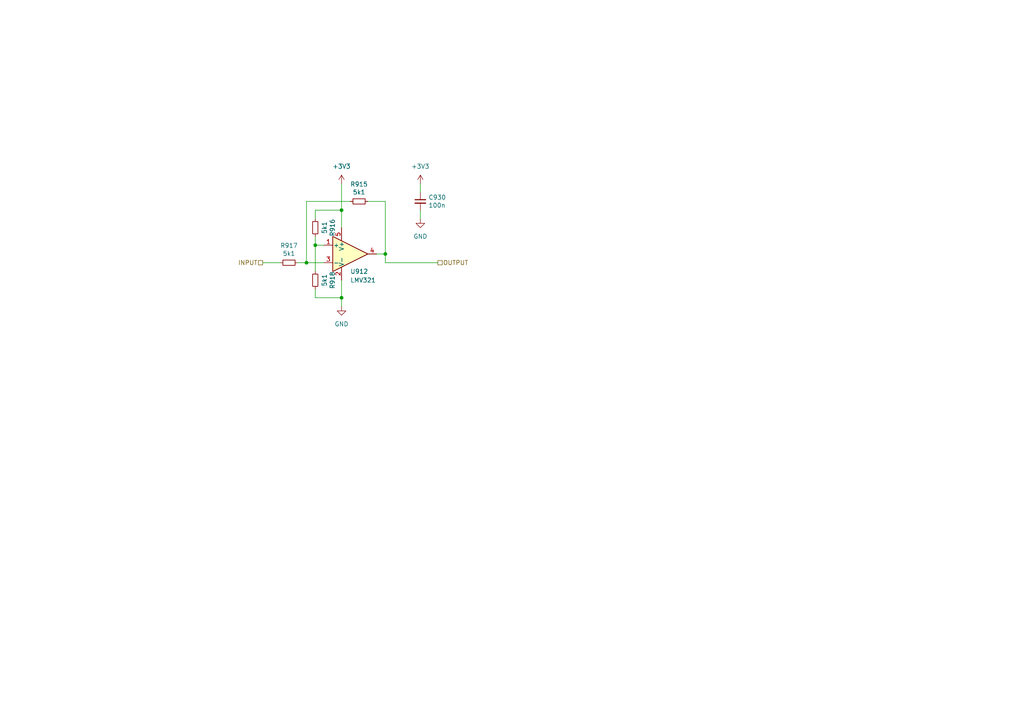
<source format=kicad_sch>
(kicad_sch (version 20231120) (generator "eeschema") (generator_version "8.0")
  (paper "A4")
  (lib_symbols
    (symbol "Amplifier_Operational:LM321" (pin_names (offset 0.127))
      (property "Reference" "U" (at 0 7.62 0))
      (property "Value" "LM321" (at 0 5.08 0))
      (symbol "LM321_0_1"
        (polyline (pts (xy -5.08 5.08) (xy 5.08 0) (xy -5.08 -5.08) (xy -5.08 5.08)) (stroke (width 0.254)) (fill (type background)))
      )
      (symbol "LM321_1_1"
        (pin input line (at -7.62 2.54 0) (length 2.54) (name "+") (number "1"))
        (pin power_in line (at -2.54 -7.62 90) (length 3.81) (name "V-") (number "2"))
        (pin input line (at -7.62 -2.54 0) (length 2.54) (name "-") (number "3"))
        (pin output line (at 7.62 0 180) (length 2.54) (name "~") (number "4"))
        (pin power_in line (at -2.54 7.62 270) (length 3.81) (name "V+") (number "5"))
      )
    )
    (symbol "power:+3V3" (power) (pin_names (offset 0))
      (property "Value" "+3V3" (at 0 3.556 0))
      (symbol "+3V3_0_1"
        (polyline (pts (xy -0.762 1.27) (xy 0 2.54)))
        (polyline (pts (xy 0 0) (xy 0 2.54)))
        (polyline (pts (xy 0 2.54) (xy 0.762 1.27)))
      )
      (symbol "+3V3_1_1"
        (pin power_in line (at 0 0 90) (length 0) hide (name "+3V3") (number "1"))
      )
    )
    (symbol "power:GND" (power) (pin_names (offset 0))
      (property "Value" "GND" (at 0 -3.81 0))
      (symbol "GND_0_1"
        (polyline (pts (xy 0 0) (xy 0 -1.27) (xy 1.27 -1.27) (xy 0 -2.54) (xy -1.27 -1.27) (xy 0 -1.27)))
      )
      (symbol "GND_1_1"
        (pin power_in line (at 0 0 270) (length 0) hide (name "GND") (number "1"))
      )
    )
    (symbol "suku_basics:CAP" (pin_numbers hide) (pin_names (offset 0.254) hide)
      (property "Reference" "C" (at 0.254 1.778 0))
      (symbol "CAP_0_1"
        (polyline (pts (xy -1.524 -0.508) (xy 1.524 -0.508)) (stroke (width 0.3302)))
        (polyline (pts (xy -1.524 0.508) (xy 1.524 0.508)) (stroke (width 0.3048)))
      )
      (symbol "CAP_1_1"
        (pin passive line (at 0 2.54 270) (length 2.032) (name "~") (number "1"))
        (pin passive line (at 0 -2.54 90) (length 2.032) (name "~") (number "2"))
      )
    )
    (symbol "suku_basics:RES" (pin_numbers hide) (pin_names (offset 0.254) hide)
      (property "Reference" "R" (at 0.762 0.508 0))
      (symbol "RES_1_1"
        (rectangle (start -0.762 1.778) (end 0.762 -1.778) (stroke (width 0.2032)))
        (pin passive line (at 0 2.54 270) (length 0.762) (name "~") (number "1"))
        (pin passive line (at 0 -2.54 90) (length 0.762) (name "~") (number "2"))
      )
    )
  )
  (junction (at 99.06 60.96))
  (junction (at 99.06 86.36))
  (junction (at 88.9 76.2))
  (junction (at 91.44 71.12))
  (junction (at 111.76 73.66))
  (wire (pts (xy 76.2 76.2) (xy 81.28 76.2)))
  (wire (pts (xy 99.06 60.96) (xy 99.06 66.04)))
  (wire (pts (xy 111.76 76.2) (xy 127 76.2)))
  (wire (pts (xy 99.06 86.36) (xy 99.06 81.28)))
  (wire (pts (xy 91.44 71.12) (xy 91.44 68.58)))
  (wire (pts (xy 121.92 60.96) (xy 121.92 63.5)))
  (wire (pts (xy 91.44 71.12) (xy 91.44 78.74)))
  (wire (pts (xy 91.44 83.82) (xy 91.44 86.36)))
  (wire (pts (xy 91.44 86.36) (xy 99.06 86.36)))
  (wire (pts (xy 111.76 58.42) (xy 111.76 73.66)))
  (wire (pts (xy 88.9 58.42) (xy 88.9 76.2)))
  (wire (pts (xy 91.44 63.5) (xy 91.44 60.96)))
  (wire (pts (xy 121.92 53.34) (xy 121.92 55.88)))
  (wire (pts (xy 111.76 73.66) (xy 111.76 76.2)))
  (wire (pts (xy 101.6 58.42) (xy 88.9 58.42)))
  (wire (pts (xy 99.06 88.9) (xy 99.06 86.36)))
  (wire (pts (xy 99.06 53.34) (xy 99.06 60.96)))
  (wire (pts (xy 88.9 76.2) (xy 93.98 76.2)))
  (wire (pts (xy 91.44 60.96) (xy 99.06 60.96)))
  (wire (pts (xy 93.98 71.12) (xy 91.44 71.12)))
  (wire (pts (xy 86.36 76.2) (xy 88.9 76.2)))
  (wire (pts (xy 111.76 73.66) (xy 109.22 73.66)))
  (wire (pts (xy 106.68 58.42) (xy 111.76 58.42)))
  (hierarchical_label "INPUT" (shape passive) (at 76.2 76.2 180))
  (hierarchical_label "OUTPUT" (shape passive) (at 127 76.2 0))
  (symbol (lib_id "suku_basics:RES") (at 91.44 66.04 180) (unit 1)
    (property "Reference" "R912" (at 96.4184 66.04 90))
    (property "Value" "5k1" (at 94.107 66.04 90))
    (property "Footprint" "suku_basics:RES_0402" (effects (hide yes)))
    (instances (project "PCBA-VSNX" (path "" (reference "R916") (unit 1)) (path "" (reference "R912") (unit 1)) (path "" (reference "R936") (unit 1)) (path "" (reference "R932") (unit 1)) (path "" (reference "R924") (unit 1)) (path "" (reference "R928") (unit 1)) (path "" (reference "R920") (unit 1)) (path "" (reference "R905") (unit 1))))
  )
  (symbol (lib_id "power:GND") (at 99.06 88.9 0) (mirror y) (unit 1)
    (property "Reference" "#PWR01057" (effects (hide yes)))
    (property "Value" "GND" (at 99.06 93.98 0))
    (property "Description" "Power symbol creates a global label with name \"GND\" , ground" (effects (hide yes)))
    (instances (project "PCBA-VSNX" (path "" (reference "#PWR01060") (unit 1)) (path "" (reference "#PWR01057") (unit 1)) (path "" (reference "#PWR01070") (unit 1)) (path "" (reference "#PWR01068") (unit 1)) (path "" (reference "#PWR01064") (unit 1)) (path "" (reference "#PWR01066") (unit 1)) (path "" (reference "#PWR01062") (unit 1)) (path "" (reference "#PWR01055") (unit 1))))
  )
  (symbol (lib_id "suku_basics:RES") (at 83.82 76.2 270) (unit 1)
    (property "Reference" "R913" (at 83.82 71.2216 90))
    (property "Value" "5k1" (at 83.82 73.533 90))
    (property "Footprint" "suku_basics:RES_0402" (effects (hide yes)))
    (instances (project "PCBA-VSNX" (path "" (reference "R917") (unit 1)) (path "" (reference "R913") (unit 1)) (path "" (reference "R937") (unit 1)) (path "" (reference "R933") (unit 1)) (path "" (reference "R925") (unit 1)) (path "" (reference "R929") (unit 1)) (path "" (reference "R921") (unit 1)) (path "" (reference "R906") (unit 1))))
  )
  (symbol (lib_id "suku_basics:RES") (at 91.44 81.28 180) (unit 1)
    (property "Reference" "R914" (at 96.4184 81.28 90))
    (property "Value" "5k1" (at 94.107 81.28 90))
    (property "Footprint" "suku_basics:RES_0402" (effects (hide yes)))
    (instances (project "PCBA-VSNX" (path "" (reference "R918") (unit 1)) (path "" (reference "R914") (unit 1)) (path "" (reference "R938") (unit 1)) (path "" (reference "R934") (unit 1)) (path "" (reference "R926") (unit 1)) (path "" (reference "R930") (unit 1)) (path "" (reference "R922") (unit 1)) (path "" (reference "R910") (unit 1))))
  )
  (symbol (lib_id "suku_basics:RES") (at 104.14 58.42 270) (unit 1)
    (property "Reference" "R911" (at 104.14 53.4416 90))
    (property "Value" "5k1" (at 104.14 55.753 90))
    (property "Footprint" "suku_basics:RES_0402" (effects (hide yes)))
    (instances (project "PCBA-VSNX" (path "" (reference "R915") (unit 1)) (path "" (reference "R911") (unit 1)) (path "" (reference "R935") (unit 1)) (path "" (reference "R931") (unit 1)) (path "" (reference "R923") (unit 1)) (path "" (reference "R927") (unit 1)) (path "" (reference "R919") (unit 1)) (path "" (reference "R903") (unit 1))))
  )
  (symbol (lib_id "power:GND") (at 121.92 63.5 0) (mirror y) (unit 1)
    (property "Reference" "#PWR01071" (effects (hide yes)))
    (property "Value" "GND" (at 121.92 68.58 0))
    (property "Description" "Power symbol creates a global label with name \"GND\" , ground" (effects (hide yes)))
    (instances (project "PCBA-VSNX" (path "" (reference "#PWR01073") (unit 1)) (path "" (reference "#PWR01071") (unit 1)) (path "" (reference "#PWR01078") (unit 1)) (path "" (reference "#PWR01077") (unit 1)) (path "" (reference "#PWR01075") (unit 1)) (path "" (reference "#PWR01076") (unit 1)) (path "" (reference "#PWR01074") (unit 1)) (path "" (reference "#PWR01072") (unit 1))))
  )
  (symbol (lib_id "Amplifier_Operational:LM321") (at 101.6 73.66 0) (unit 1)
    (property "Reference" "U911" (at 101.6 78.74 0) (effects (justify left)))
    (property "Value" "LMV321" (at 101.6 81.28 0) (effects (justify left)))
    (property "Footprint" "suku_basics:SOT-23-5" (effects (hide yes)))
    (property "Datasheet" "http://www.ti.com/lit/ds/symlink/lm321.pdf" (effects (hide yes)))
    (property "Part" "C90297" (effects (hide yes)))
    (instances (project "PCBA-VSNX" (path "" (reference "U912") (unit 1)) (path "" (reference "U911") (unit 1)) (path "" (reference "U917") (unit 1)) (path "" (reference "U916") (unit 1)) (path "" (reference "U914") (unit 1)) (path "" (reference "U915") (unit 1)) (path "" (reference "U913") (unit 1)) (path "" (reference "U910") (unit 1))))
  )
  (symbol (lib_id "power:+3V3") (at 99.06 53.34 0) (unit 1)
    (property "Reference" "#PWR01056" (effects (hide yes)))
    (property "Value" "+3V3" (at 99.06 48.26 0))
    (instances (project "PCBA-VSNX" (path "" (reference "#PWR01058") (unit 1)) (path "" (reference "#PWR01056") (unit 1)) (path "" (reference "#PWR01069") (unit 1)) (path "" (reference "#PWR01067") (unit 1)) (path "" (reference "#PWR01063") (unit 1)) (path "" (reference "#PWR01065") (unit 1)) (path "" (reference "#PWR01061") (unit 1)) (path "" (reference "#PWR01054") (unit 1))))
  )
  (symbol (lib_id "suku_basics:CAP") (at 121.92 58.42 0) (unit 1)
    (property "Reference" "C928" (at 124.2568 57.2516 0) (effects (justify left)))
    (property "Value" "100n" (at 124.2568 59.563 0) (effects (justify left)))
    (property "Footprint" "suku_basics:CAP_0402" (effects (hide yes)))
    (instances (project "PCBA-VSNX" (path "" (reference "C930") (unit 1)) (path "" (reference "C928") (unit 1)) (path "" (reference "C935") (unit 1)) (path "" (reference "C934") (unit 1)) (path "" (reference "C932") (unit 1)) (path "" (reference "C933") (unit 1)) (path "" (reference "C931") (unit 1)) (path "" (reference "C929") (unit 1))))
  )
  (symbol (lib_id "power:+3V3") (at 121.92 53.34 0) (unit 1)
    (property "Reference" "#PWR01079" (effects (hide yes)))
    (property "Value" "+3V3" (at 121.92 48.26 0))
    (instances (project "PCBA-VSNX" (path "" (reference "#PWR01081") (unit 1)) (path "" (reference "#PWR01079") (unit 1)) (path "" (reference "#PWR01086") (unit 1)) (path "" (reference "#PWR01085") (unit 1)) (path "" (reference "#PWR01083") (unit 1)) (path "" (reference "#PWR01084") (unit 1)) (path "" (reference "#PWR01082") (unit 1)) (path "" (reference "#PWR01080") (unit 1))))
  )
)
</source>
